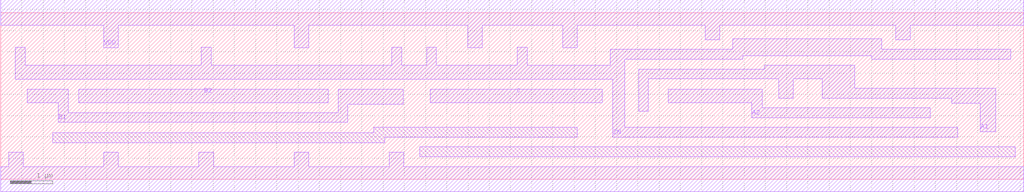
<source format=lef>
# Copyright 2022 GlobalFoundries PDK Authors
#
# Licensed under the Apache License, Version 2.0 (the "License");
# you may not use this file except in compliance with the License.
# You may obtain a copy of the License at
#
#      http://www.apache.org/licenses/LICENSE-2.0
#
# Unless required by applicable law or agreed to in writing, software
# distributed under the License is distributed on an "AS IS" BASIS,
# WITHOUT WARRANTIES OR CONDITIONS OF ANY KIND, either express or implied.
# See the License for the specific language governing permissions and
# limitations under the License.

MACRO gf180mcu_fd_sc_mcu7t5v0__oai221_4
  CLASS core ;
  FOREIGN gf180mcu_fd_sc_mcu7t5v0__oai221_4 0.0 0.0 ;
  ORIGIN 0 0 ;
  SYMMETRY X Y ;
  SITE GF018hv5v_mcu_sc7 ;
  SIZE 24.08 BY 3.92 ;
  PIN A1
    DIRECTION INPUT ;
    ANTENNAGATEAREA 4.158 ;
    PORT
      LAYER METAL1 ;
        POLYGON 15.015 1.6 15.245 1.6 15.245 2.365 18.32 2.365 18.32 1.91 18.66 1.91 18.66 2.365 19.34 2.365 19.34 1.91 22.385 1.91 22.385 1.79 23.06 1.79 23.06 1.12 23.42 1.12 23.42 2.14 20.11 2.14 20.11 2.68 17.97 2.68 17.97 2.595 15.015 2.595  ;
    END
  END A1
  PIN A2
    DIRECTION INPUT ;
    ANTENNAGATEAREA 4.158 ;
    PORT
      LAYER METAL1 ;
        POLYGON 15.715 1.8 17.675 1.8 17.675 1.45 21.88 1.45 21.88 1.68 17.925 1.68 17.925 2.12 15.715 2.12  ;
    END
  END A2
  PIN B1
    DIRECTION INPUT ;
    ANTENNAGATEAREA 4.158 ;
    PORT
      LAYER METAL1 ;
        POLYGON 0.62 1.8 1.35 1.8 1.35 1.34 8.17 1.34 8.17 1.77 9.47 1.77 9.47 2.12 7.94 2.12 7.94 1.57 1.59 1.57 1.59 2.12 0.62 2.12  ;
    END
  END B1
  PIN B2
    DIRECTION INPUT ;
    ANTENNAGATEAREA 4.158 ;
    PORT
      LAYER METAL1 ;
        POLYGON 1.84 1.8 7.71 1.8 7.71 2.12 1.84 2.12  ;
    END
  END B2
  PIN C
    DIRECTION INPUT ;
    ANTENNAGATEAREA 3.838 ;
    PORT
      LAYER METAL1 ;
        POLYGON 10.115 1.8 13.57 1.8 14.16 1.8 14.16 2.12 13.57 2.12 10.115 2.12  ;
    END
  END C
  PIN ZN
    DIRECTION OUTPUT ;
    ANTENNADIFFAREA 6.7442 ;
    PORT
      LAYER METAL1 ;
        POLYGON 14.69 2.825 17.465 2.825 17.465 2.91 20.505 2.91 20.505 2.825 23.78 2.825 23.78 3.055 20.735 3.055 20.735 3.31 17.235 3.31 17.235 3.055 14.35 3.055 14.35 2.68 13.57 2.68 12.395 2.68 12.395 3.11 12.165 3.11 12.165 2.68 10.255 2.68 10.255 3.11 10.025 3.11 10.025 2.68 9.435 2.68 9.435 3.11 9.205 3.11 9.205 2.68 4.955 2.68 4.955 3.11 4.725 3.11 4.725 2.68 0.575 2.68 0.575 3.11 0.345 3.11 0.345 2.36 13.57 2.36 14.405 2.36 14.405 0.99 22.53 0.99 22.53 1.22 14.69 1.22  ;
    END
  END ZN
  PIN VDD
    DIRECTION INOUT ;
    USE power ;
    SHAPE ABUTMENT ;
    PORT
      LAYER METAL1 ;
        POLYGON 0 3.62 2.43 3.62 2.43 3.09 2.77 3.09 2.77 3.62 6.91 3.62 6.91 3.09 7.25 3.09 7.25 3.62 10.99 3.62 10.99 3.09 11.33 3.09 11.33 3.62 13.23 3.62 13.23 3.09 13.57 3.09 13.57 3.62 16.59 3.62 16.59 3.285 16.93 3.285 16.93 3.62 21.07 3.62 21.07 3.285 21.41 3.285 21.41 3.62 23.88 3.62 24.08 3.62 24.08 4.22 23.88 4.22 13.57 4.22 0 4.22  ;
    END
  END VDD
  PIN VSS
    DIRECTION INOUT ;
    USE ground ;
    SHAPE ABUTMENT ;
    PORT
      LAYER METAL1 ;
        POLYGON 0 -0.3 24.08 -0.3 24.08 0.3 9.49 0.3 9.49 0.635 9.145 0.635 9.145 0.3 7.25 0.3 7.25 0.635 6.905 0.635 6.905 0.3 5.01 0.3 5.01 0.635 4.665 0.635 4.665 0.3 2.77 0.3 2.77 0.635 2.425 0.635 2.425 0.3 0.53 0.3 0.53 0.635 0.19 0.635 0.19 0.3 0 0.3  ;
    END
  END VSS
  OBS
      LAYER METAL1 ;
        POLYGON 1.22 0.865 9.035 0.865 9.035 0.99 13.57 0.99 13.57 1.22 8.785 1.22 8.785 1.095 1.22 1.095  ;
        POLYGON 9.86 0.53 23.88 0.53 23.88 0.76 9.86 0.76  ;
  END
END gf180mcu_fd_sc_mcu7t5v0__oai221_4

</source>
